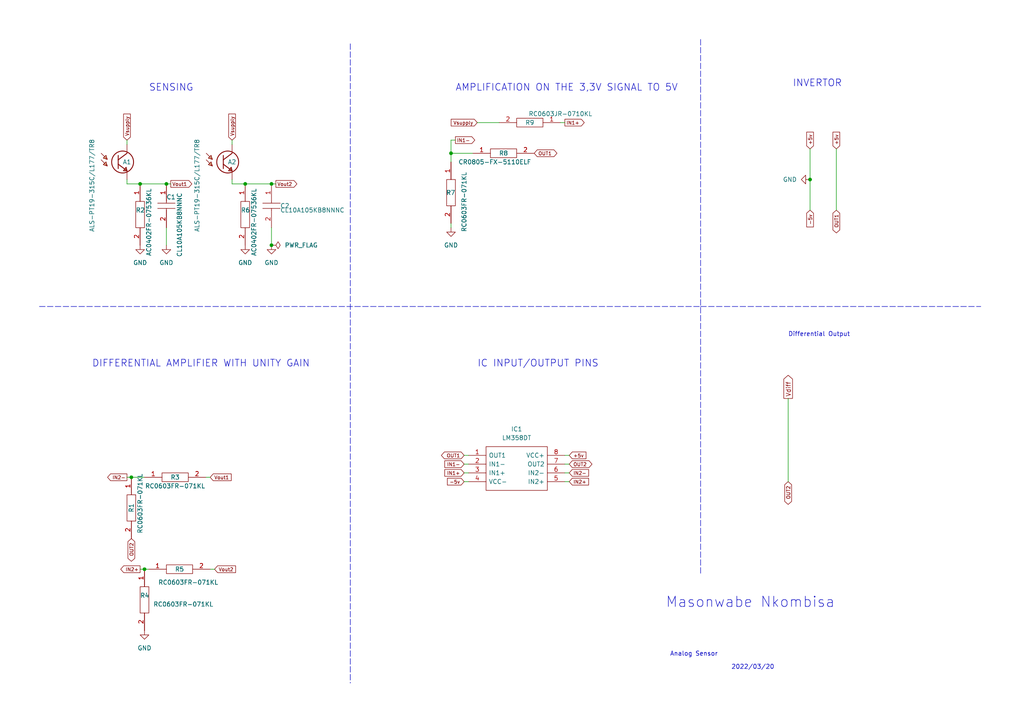
<source format=kicad_sch>
(kicad_sch (version 20211123) (generator eeschema)
  (paper "A4")
  (lib_symbols
    (symbol "ALS-PT19-315C_L177_TR8:ALS-PT19-315C{slash}L177{slash}TR8" (pin_numbers hide) (pin_names (offset 1.016) hide)
      (property "Reference" "A" (at -10.16 5.08 0))
      (property "Value" "ALS-PT19-315C{slash}L177{slash}TR8" (at -10.16 -7.62 0))
      (symbol "ALS-PT19-315C{slash}L177{slash}TR8_0_0"
        (polyline (pts (xy -4.953 0.635) (xy -3.175 -1.143)) (stroke (width 0.1524)))
        (polyline (pts (xy -4.953 2.54) (xy -3.175 0.762)) (stroke (width 0.1524)))
        (polyline (pts (xy -4.318 -0.762) (xy -3.556 0)) (stroke (width 0.1524)))
        (polyline (pts (xy -4.318 1.143) (xy -3.556 1.905)) (stroke (width 0.1524)))
        (polyline (pts (xy -3.556 0) (xy -3.175 -1.143)) (stroke (width 0.1524)))
        (polyline (pts (xy -3.556 1.905) (xy -3.175 0.762)) (stroke (width 0.1524)))
        (polyline (pts (xy -3.175 -1.143) (xy -4.318 -0.762)) (stroke (width 0.1524)))
        (polyline (pts (xy -3.175 0.762) (xy -4.318 1.143)) (stroke (width 0.1524)))
        (polyline (pts (xy 0 -0.635) (xy 0 -1.905)) (stroke (width 0.254)))
        (polyline (pts (xy 0 -0.635) (xy 2.54 -2.54)) (stroke (width 0.254)))
        (polyline (pts (xy 0 0.635) (xy 0 -0.635)) (stroke (width 0.254)))
        (polyline (pts (xy 0 0.635) (xy 2.54 2.54)) (stroke (width 0.254)))
        (polyline (pts (xy 0 1.905) (xy 0 0.635)) (stroke (width 0.254)))
        (polyline (pts (xy 2.286 -2.286) (xy 2.54 -2.54)) (stroke (width 0.1524)))
        (polyline (pts (xy -4.318 -0.762) (xy -3.175 -1.143) (xy -3.556 0) (xy -4.318 -0.762)) (stroke (width 0.1524)) (fill (type background)))
        (polyline (pts (xy -4.318 1.143) (xy -3.175 0.762) (xy -3.556 1.905) (xy -4.318 1.143)) (stroke (width 0.1524)) (fill (type background)))
        (polyline (pts (xy 2.54 -2.54) (xy 2.286 -1.524) (xy 1.524 -2.54) (xy 2.54 -2.54)) (stroke (width 0.254)) (fill (type background)))
        (circle (center 1.27 0) (radius 3.175) (stroke (width 0.254)))
        (pin passive line (at 2.54 5.08 270) (length 2.54) (name "~") (number "1"))
        (pin passive line (at 2.54 -5.08 90) (length 2.54) (name "~") (number "2"))
      )
    )
    (symbol "SamacSys_Parts:AC0402FR-07536KL" (pin_names (offset 0.762))
      (property "Reference" "R" (at 13.97 6.35 0))
      (property "Value" "AC0402FR-07536KL" (at 13.97 3.81 0))
      (symbol "AC0402FR-07536KL_0_0"
        (pin passive line (at 0 0 0) (length 5.08) (name "~") (number "1"))
        (pin passive line (at 17.78 0 180) (length 5.08) (name "~") (number "2"))
      )
      (symbol "AC0402FR-07536KL_0_1"
        (polyline (pts (xy 5.08 1.27) (xy 12.7 1.27) (xy 12.7 -1.27) (xy 5.08 -1.27) (xy 5.08 1.27)) (stroke (width 0.1524)))
      )
    )
    (symbol "SamacSys_Parts:CL10A105KB8NNNC" (pin_names (offset 0.762))
      (property "Reference" "C" (at 8.89 6.35 0))
      (property "Value" "CL10A105KB8NNNC" (at 8.89 3.81 0))
      (symbol "CL10A105KB8NNNC_0_0"
        (pin passive line (at 0 0 0) (length 5.08) (name "~") (number "1"))
        (pin passive line (at 12.7 0 180) (length 5.08) (name "~") (number "2"))
      )
      (symbol "CL10A105KB8NNNC_0_1"
        (polyline (pts (xy 5.08 0) (xy 5.588 0)) (stroke (width 0.1524)))
        (polyline (pts (xy 5.588 2.54) (xy 5.588 -2.54)) (stroke (width 0.1524)))
        (polyline (pts (xy 7.112 0) (xy 7.62 0)) (stroke (width 0.1524)))
        (polyline (pts (xy 7.112 2.54) (xy 7.112 -2.54)) (stroke (width 0.1524)))
      )
    )
    (symbol "SamacSys_Parts:CR0805-FX-5110ELF" (pin_names (offset 0.762))
      (property "Reference" "R" (at 13.97 6.35 0))
      (property "Value" "CR0805-FX-5110ELF" (at 13.97 3.81 0))
      (symbol "CR0805-FX-5110ELF_0_0"
        (pin passive line (at 0 0 0) (length 5.08) (name "~") (number "1"))
        (pin passive line (at 17.78 0 180) (length 5.08) (name "~") (number "2"))
      )
      (symbol "CR0805-FX-5110ELF_0_1"
        (polyline (pts (xy 5.08 1.27) (xy 12.7 1.27) (xy 12.7 -1.27) (xy 5.08 -1.27) (xy 5.08 1.27)) (stroke (width 0.1524)))
      )
    )
    (symbol "SamacSys_Parts:LM358DT" (pin_names (offset 0.762))
      (property "Reference" "IC" (at 24.13 7.62 0))
      (property "Value" "LM358DT" (at 24.13 5.08 0))
      (symbol "LM358DT_0_0"
        (pin passive line (at 0 0 0) (length 5.08) (name "OUT1") (number "1"))
        (pin passive line (at 0 -2.54 0) (length 5.08) (name "IN1-") (number "2"))
        (pin passive line (at 0 -5.08 0) (length 5.08) (name "IN1+") (number "3"))
        (pin passive line (at 0 -7.62 0) (length 5.08) (name "VCC-") (number "4"))
        (pin passive line (at 27.94 -7.62 180) (length 5.08) (name "IN2+") (number "5"))
        (pin passive line (at 27.94 -5.08 180) (length 5.08) (name "IN2-") (number "6"))
        (pin passive line (at 27.94 -2.54 180) (length 5.08) (name "OUT2") (number "7"))
        (pin passive line (at 27.94 0 180) (length 5.08) (name "VCC+") (number "8"))
      )
      (symbol "LM358DT_0_1"
        (polyline (pts (xy 5.08 2.54) (xy 22.86 2.54) (xy 22.86 -10.16) (xy 5.08 -10.16) (xy 5.08 2.54)) (stroke (width 0.1524)))
      )
    )
    (symbol "SamacSys_Parts:RC0603FR-071KL" (pin_names (offset 0.762))
      (property "Reference" "R" (at 13.97 6.35 0))
      (property "Value" "RC0603FR-071KL" (at 13.97 3.81 0))
      (symbol "RC0603FR-071KL_0_0"
        (pin passive line (at 0 0 0) (length 5.08) (name "~") (number "1"))
        (pin passive line (at 17.78 0 180) (length 5.08) (name "~") (number "2"))
      )
      (symbol "RC0603FR-071KL_0_1"
        (polyline (pts (xy 5.08 1.27) (xy 12.7 1.27) (xy 12.7 -1.27) (xy 5.08 -1.27) (xy 5.08 1.27)) (stroke (width 0.1524)))
      )
    )
    (symbol "SamacSys_Parts:RC0603JR-0710KL" (pin_names (offset 0.762))
      (property "Reference" "R" (at 13.97 6.35 0))
      (property "Value" "RC0603JR-0710KL" (at 13.97 3.81 0))
      (symbol "RC0603JR-0710KL_0_0"
        (pin passive line (at 0 0 0) (length 5.08) (name "~") (number "1"))
        (pin passive line (at 17.78 0 180) (length 5.08) (name "~") (number "2"))
      )
      (symbol "RC0603JR-0710KL_0_1"
        (polyline (pts (xy 5.08 1.27) (xy 12.7 1.27) (xy 12.7 -1.27) (xy 5.08 -1.27) (xy 5.08 1.27)) (stroke (width 0.1524)))
      )
    )
    (symbol "power:GND" (power) (pin_names (offset 0))
      (property "Value" "GND" (at 0 -3.81 0))
      (symbol "GND_0_1"
        (polyline (pts (xy 0 0) (xy 0 -1.27) (xy 1.27 -1.27) (xy 0 -2.54) (xy -1.27 -1.27) (xy 0 -1.27)))
      )
      (symbol "GND_1_1"
        (pin power_in line (at 0 0 270) (length 0) hide (name "GND") (number "1"))
      )
    )
    (symbol "power:PWR_FLAG" (power) (pin_numbers hide) (pin_names (offset 0) hide)
      (property "Value" "PWR_FLAG" (at 0 3.81 0))
      (symbol "PWR_FLAG_0_0"
        (pin power_out line (at 0 0 90) (length 0) (name "pwr") (number "1"))
      )
      (symbol "PWR_FLAG_0_1"
        (polyline (pts (xy 0 0) (xy 0 1.27) (xy -1.016 1.905) (xy 0 2.54) (xy 1.016 1.905) (xy 0 1.27)))
      )
    )
  )
  (junction (at 40.64 53.34))
  (junction (at 38.1 138.43))
  (junction (at 78.74 71.12))
  (junction (at 41.91 165.1))
  (junction (at 130.81 44.45))
  (junction (at 48.26 53.34))
  (junction (at 71.12 53.34))
  (junction (at 234.95 52.07))
  (junction (at 78.74 53.34))
  (wire (pts (xy 67.31 40.64) (xy 67.31 41.91)))
  (wire (pts (xy 234.95 52.07) (xy 234.95 60.96)))
  (wire (pts (xy 163.83 137.16) (xy 165.1 137.16)))
  (wire (pts (xy 60.96 165.1) (xy 62.23 165.1)))
  (polyline (pts (xy 203.2 88.9) (xy 284.48 88.9)))
  (wire (pts (xy 234.95 43.18) (xy 234.95 52.07)))
  (wire (pts (xy 36.83 40.64) (xy 36.83 41.91)))
  (wire (pts (xy 163.83 35.56) (xy 162.56 35.56)))
  (wire (pts (xy 130.81 44.45) (xy 130.81 46.99)))
  (polyline (pts (xy 203.2 11.43) (xy 203.2 166.37)))
  (wire (pts (xy 48.26 66.04) (xy 48.26 71.12)))
  (wire (pts (xy 130.81 40.64) (xy 132.08 40.64)))
  (wire (pts (xy 78.74 66.04) (xy 78.74 71.12)))
  (wire (pts (xy 78.74 53.34) (xy 71.12 53.34)))
  (wire (pts (xy 134.62 132.08) (xy 135.89 132.08)))
  (wire (pts (xy 138.43 35.56) (xy 144.78 35.56)))
  (wire (pts (xy 67.31 52.07) (xy 67.31 53.34)))
  (wire (pts (xy 59.69 138.43) (xy 60.96 138.43)))
  (wire (pts (xy 38.1 138.43) (xy 41.91 138.43)))
  (wire (pts (xy 38.1 138.43) (xy 36.83 138.43)))
  (wire (pts (xy 130.81 40.64) (xy 130.81 44.45)))
  (wire (pts (xy 165.1 134.62) (xy 163.83 134.62)))
  (wire (pts (xy 228.6 115.57) (xy 228.6 139.7)))
  (wire (pts (xy 135.89 137.16) (xy 134.62 137.16)))
  (wire (pts (xy 134.62 139.7) (xy 135.89 139.7)))
  (wire (pts (xy 40.64 165.1) (xy 41.91 165.1)))
  (wire (pts (xy 242.57 43.18) (xy 242.57 60.96)))
  (polyline (pts (xy 11.43 88.9) (xy 203.2 88.9)))
  (wire (pts (xy 36.83 52.07) (xy 36.83 53.34)))
  (wire (pts (xy 130.81 44.45) (xy 137.16 44.45)))
  (wire (pts (xy 40.64 53.34) (xy 36.83 53.34)))
  (polyline (pts (xy 101.6 12.7) (xy 101.6 198.12)))
  (wire (pts (xy 49.53 53.34) (xy 48.26 53.34)))
  (wire (pts (xy 163.83 139.7) (xy 165.1 139.7)))
  (wire (pts (xy 71.12 53.34) (xy 67.31 53.34)))
  (wire (pts (xy 130.81 64.77) (xy 130.81 66.04)))
  (wire (pts (xy 48.26 53.34) (xy 40.64 53.34)))
  (wire (pts (xy 163.83 132.08) (xy 165.1 132.08)))
  (wire (pts (xy 41.91 165.1) (xy 43.18 165.1)))
  (wire (pts (xy 135.89 134.62) (xy 134.62 134.62)))
  (wire (pts (xy 80.01 53.34) (xy 78.74 53.34)))
  (text "Analog Sensor" (at 194.31 190.5 0) (effects (font (size 1.27 1.27)) (justify left bottom)))
  (text "IC INPUT/OUTPUT PINS" (at 138.43 106.68 0) (effects (font (size 2 2)) (justify left bottom)))
  (text "Masonwabe Nkombisa" (at 193.04 176.53 0) (effects (font (size 3 3)) (justify left bottom)))
  (text "2022/03/20" (at 212.09 194.31 0) (effects (font (size 1.27 1.27)) (justify left bottom)))
  (text "AMPLIFICATION ON THE 3,3V SIGNAL TO 5V\n" (at 132.08 26.67 0) (effects (font (size 2 2)) (justify left bottom)))
  (text "SENSING" (at 43.18 26.67 0) (effects (font (size 2 2)) (justify left bottom)))
  (text "INVERTOR" (at 229.87 25.4 0) (effects (font (size 2 2)) (justify left bottom)))
  (text "Differential Output" (at 228.6 97.79 0) (effects (font (size 1.27 1.27)) (justify left bottom)))
  (text "DIFFERENTIAL AMPLIFIER WITH UNITY GAIN" (at 26.67 106.68 0) (effects (font (size 2 2)) (justify left bottom)))
  (global_label "OUT2" (shape bidirectional) (at 228.6 139.7 270) (effects (font (size 1 1))) (property "Intersheet References" "${INTERSHEET_REFS}" (effects hide)))
  (global_label "+5v" (shape input) (at 234.95 43.18 90) (effects (font (size 1 1))) (property "Intersheet References" "${INTERSHEET_REFS}" (effects hide)))
  (global_label "OUT1" (shape bidirectional) (at 242.57 60.96 270) (effects (font (size 1 1))) (property "Intersheet References" "${INTERSHEET_REFS}" (effects hide)))
  (global_label "Vout2" (shape input) (at 62.23 165.1 0) (effects (font (size 1 1))) (property "Intersheet References" "${INTERSHEET_REFS}" (effects hide)))
  (global_label "Vsupply" (shape input) (at 36.83 40.64 90) (effects (font (size 1 1))) (property "Intersheet References" "${INTERSHEET_REFS}" (effects hide)))
  (global_label "IN1+" (shape input) (at 134.62 137.16 180) (effects (font (size 1 1))) (property "Intersheet References" "${INTERSHEET_REFS}" (effects hide)))
  (global_label "OUT1" (shape bidirectional) (at 154.94 44.45 0) (effects (font (size 1 1))) (property "Intersheet References" "${INTERSHEET_REFS}" (effects hide)))
  (global_label "Vdiff" (shape output) (at 228.6 115.57 90) (property "Intersheet References" "${INTERSHEET_REFS}" (effects hide)))
  (global_label "Vout1" (shape input) (at 60.96 138.43 0) (effects (font (size 1 1))) (property "Intersheet References" "${INTERSHEET_REFS}" (effects hide)))
  (global_label "IN1-" (shape input) (at 134.62 134.62 180) (effects (font (size 1 1))) (property "Intersheet References" "${INTERSHEET_REFS}" (effects hide)))
  (global_label "OUT2" (shape bidirectional) (at 38.1 156.21 270) (effects (font (size 1 1))) (property "Intersheet References" "${INTERSHEET_REFS}" (effects hide)))
  (global_label "IN2+" (shape output) (at 40.64 165.1 180) (effects (font (size 1 1))) (property "Intersheet References" "${INTERSHEET_REFS}" (effects hide)))
  (global_label "Vout2" (shape output) (at 80.01 53.34 0) (effects (font (size 1 1))) (property "Intersheet References" "${INTERSHEET_REFS}" (effects hide)))
  (global_label "IN2-" (shape output) (at 36.83 138.43 180) (effects (font (size 1 1))) (property "Intersheet References" "${INTERSHEET_REFS}" (effects hide)))
  (global_label "IN2-" (shape input) (at 165.1 137.16 0) (effects (font (size 1 1))) (property "Intersheet References" "${INTERSHEET_REFS}" (effects hide)))
  (global_label "Vsupply" (shape input) (at 67.31 40.64 90) (effects (font (size 1 1))) (property "Intersheet References" "${INTERSHEET_REFS}" (effects hide)))
  (global_label "-5v" (shape input) (at 234.95 60.96 270) (effects (font (size 1 1))) (property "Intersheet References" "${INTERSHEET_REFS}" (effects hide)))
  (global_label "+5v" (shape input) (at 242.57 43.18 90) (effects (font (size 1 1))) (property "Intersheet References" "${INTERSHEET_REFS}" (effects hide)))
  (global_label "IN1+" (shape output) (at 163.83 35.56 0) (effects (font (size 1 1))) (property "Intersheet References" "${INTERSHEET_REFS}" (effects hide)))
  (global_label "Vout1" (shape output) (at 49.53 53.34 0) (effects (font (size 1 1))) (property "Intersheet References" "${INTERSHEET_REFS}" (effects hide)))
  (global_label "Vsupply" (shape input) (at 138.43 35.56 180) (effects (font (size 1 1))) (property "Intersheet References" "${INTERSHEET_REFS}" (effects hide)))
  (global_label "IN1-" (shape output) (at 132.08 40.64 0) (effects (font (size 1 1))) (property "Intersheet References" "${INTERSHEET_REFS}" (effects hide)))
  (global_label "-5v" (shape input) (at 134.62 139.7 180) (effects (font (size 1 1))) (property "Intersheet References" "${INTERSHEET_REFS}" (effects hide)))
  (global_label "OUT1" (shape bidirectional) (at 134.62 132.08 180) (effects (font (size 1 1))) (property "Intersheet References" "${INTERSHEET_REFS}" (effects hide)))
  (global_label "+5v" (shape input) (at 165.1 132.08 0) (effects (font (size 1 1))) (property "Intersheet References" "${INTERSHEET_REFS}" (effects hide)))
  (global_label "OUT2" (shape bidirectional) (at 165.1 134.62 0) (effects (font (size 1 1))) (property "Intersheet References" "${INTERSHEET_REFS}" (effects hide)))
  (global_label "IN2+" (shape input) (at 165.1 139.7 0) (effects (font (size 1 1))) (property "Intersheet References" "${INTERSHEET_REFS}" (effects hide)))
  (symbol (lib_id "SamacSys_Parts:AC0402FR-07536KL") (at 71.12 53.34 270) (unit 1)
    (property "Reference" "R6" (at 69.85 60.96 90) (effects (justify left)))
    (property "Value" "AC0402FR-07536KL" (at 73.66 54.61 0) (effects (justify left)))
    (property "Footprint" "RESC1005X37N" (effects hide))
    (property "Datasheet" "https://www.yageo.com/upload/media/product/productsearch/datasheet/rchip/PYu-AC_51_RoHS_L_8.pdf" (effects hide))
    (property "Description" "Thick Film Resistors - SMD 1/16W 536K ohm 1% AEC-Q200" (effects hide))
    (property "Height" "0.37" (effects hide))
    (property "Manufacturer_Name" "YAGEO (PHYCOMP)" (effects hide))
    (property "Manufacturer_Part_Number" "AC0402FR-07536KL" (effects hide))
    (property "Mouser Part Number" "603-AC0402FR-07536KL" (effects hide))
    (property "Mouser Price/Stock" "https://www.mouser.co.uk/ProductDetail/Yageo/AC0402FR-07536KL?qs=ygRr%2Ftkhtes1ZRS%252BGC1nhA%3D%3D" (effects hide))
  )
  (symbol (lib_id "SamacSys_Parts:RC0603FR-071KL") (at 41.91 138.43 0) (unit 1)
    (property "Reference" "R3" (at 50.8 138.43 0))
    (property "Value" "RC0603FR-071KL" (at 50.8 140.97 0))
    (property "Footprint" "SamacSys_Parts:RESC1608X55N" (effects hide))
    (property "Datasheet" "https://datasheet.datasheetarchive.com/originals/distributors/Datasheets_SAMA/902f9e387b938f871d31120f5fc1d65e.pdf" (effects hide))
    (property "Description" "GENERAL PURPOSE CHIP RESISTORS" (effects hide))
    (property "Height" "0.55" (effects hide))
    (property "Manufacturer_Name" "YAGEO (PHYCOMP)" (effects hide))
    (property "Manufacturer_Part_Number" "RC0603FR-071KL" (effects hide))
    (property "Mouser Part Number" "603-RC0603FR-071KL" (effects hide))
    (property "Mouser Price/Stock" "https://www.mouser.co.uk/ProductDetail/YAGEO/RC0603FR-071KL?qs=VU8sRB4EgwApHsk4rF%2F3zg%3D%3D" (effects hide))
    (property "Arrow Part Number" "RC0603FR-071KL" (effects hide))
    (property "Arrow Price/Stock" "https://www.arrow.com/en/products/rc0603fr-071kl/yageo?region=europe" (effects hide))
  )
  (symbol (lib_id "SamacSys_Parts:CR0805-FX-5110ELF") (at 137.16 44.45 0) (mirror x) (unit 1)
    (property "Reference" "R8" (at 146.05 44.45 0))
    (property "Value" "CR0805-FX-5110ELF" (at 143.51 46.99 0))
    (property "Footprint" "SamacSys_Parts:RESC2012X60N" (effects hide))
    (property "Datasheet" "https://www.bourns.com/pdfs/chpreztr.pdf" (effects hide))
    (property "Description" "Thick Film Resistors - SMD 511ohm 1%" (effects hide))
    (property "Height" "0.6" (effects hide))
    (property "Manufacturer_Name" "Bourns" (effects hide))
    (property "Manufacturer_Part_Number" "CR0805-FX-5110ELF" (effects hide))
    (property "Mouser Part Number" "652-CR0805FX-5110ELF" (effects hide))
    (property "Mouser Price/Stock" "https://www.mouser.com/Search/Refine.aspx?Keyword=652-CR0805FX-5110ELF" (effects hide))
  )
  (symbol (lib_id "SamacSys_Parts:LM358DT") (at 135.89 132.08 0) (unit 1)
    (property "Reference" "IC1" (at 149.86 124.46 0))
    (property "Value" "LM358DT" (at 149.86 127 0))
    (property "Footprint" "SOIC127P600X175-8N" (effects hide))
    (property "Datasheet" "http://www.st.com/st-web-ui/static/active/en/resource/technical/document/datasheet/CD00000464.pdf" (effects hide))
    (property "Description" "LM358DT, Dual Operational Amplifier 1.1MHz 5 to 28V, 8-Pin SO" (effects hide))
    (property "Height" "1.75" (effects hide))
    (property "Manufacturer_Name" "STMicroelectronics" (effects hide))
    (property "Manufacturer_Part_Number" "LM358DT" (effects hide))
    (property "Mouser Part Number" "511-LM358DT" (effects hide))
    (property "Mouser Price/Stock" "https://www.mouser.co.uk/ProductDetail/STMicroelectronics/LM358DT?qs=omvQGv%252BAfzDWfqgV6a5v9A%3D%3D" (effects hide))
    (property "Arrow Part Number" "LM358DT" (effects hide))
    (property "Arrow Price/Stock" "https://www.arrow.com/en/products/lm358dt/stmicroelectronics?region=nac" (effects hide))
  )
  (symbol (lib_id "SamacSys_Parts:AC0402FR-07536KL") (at 40.64 53.34 270) (unit 1)
    (property "Reference" "R2" (at 39.37 60.96 90) (effects (justify left)))
    (property "Value" "AC0402FR-07536KL" (at 43.18 54.61 0) (effects (justify left)))
    (property "Footprint" "RESC1005X37N" (effects hide))
    (property "Datasheet" "https://www.yageo.com/upload/media/product/productsearch/datasheet/rchip/PYu-AC_51_RoHS_L_8.pdf" (effects hide))
    (property "Description" "Thick Film Resistors - SMD 1/16W 536K ohm 1% AEC-Q200" (effects hide))
    (property "Height" "0.37" (effects hide))
    (property "Manufacturer_Name" "YAGEO (PHYCOMP)" (effects hide))
    (property "Manufacturer_Part_Number" "AC0402FR-07536KL" (effects hide))
    (property "Mouser Part Number" "603-AC0402FR-07536KL" (effects hide))
    (property "Mouser Price/Stock" "https://www.mouser.co.uk/ProductDetail/Yageo/AC0402FR-07536KL?qs=ygRr%2Ftkhtes1ZRS%252BGC1nhA%3D%3D" (effects hide))
  )
  (symbol (lib_id "power:GND") (at 130.81 66.04 0) (unit 1)
    (property "Reference" "#PWR06" (effects hide))
    (property "Value" "GND" (at 130.81 71.12 0))
  )
  (symbol (lib_id "SamacSys_Parts:CL10A105KB8NNNC") (at 48.26 53.34 270) (unit 1)
    (property "Reference" "C1" (at 48.26 57.15 90) (effects (justify left)))
    (property "Value" "CL10A105KB8NNNC" (at 52.07 55.88 0) (effects (justify left)))
    (property "Footprint" "SamacSys_Parts:CAPC1608X90N" (effects hide))
    (property "Datasheet" "https://datasheet.datasheetarchive.com/originals/distributors/Datasheets-DGA10/2411562.pdf" (effects hide))
    (property "Description" "CAP, 1uF, 50V, +/-10%, X5R, 0603" (effects hide))
    (property "Height" "0.9" (effects hide))
    (property "Manufacturer_Name" "Samsung Electro-Mechanics" (effects hide))
    (property "Manufacturer_Part_Number" "CL10A105KB8NNNC" (effects hide))
    (property "Mouser Part Number" "187-CL10A105KB8NNNC" (effects hide))
    (property "Mouser Price/Stock" "https://www.mouser.co.uk/ProductDetail/Samsung-Electro-Mechanics/CL10A105KB8NNNC?qs=ktYoCbbtCSJz4pFCLWXd5g%3D%3D" (effects hide))
    (property "Arrow Part Number" "CL10A105KB8NNNC" (effects hide))
    (property "Arrow Price/Stock" "https://www.arrow.com/en/products/cl10a105kb8nnnc/samsung-electro-mechanics?region=europe" (effects hide))
  )
  (symbol (lib_id "power:GND") (at 41.91 182.88 0) (unit 1)
    (property "Reference" "#PWR02" (effects hide))
    (property "Value" "GND" (at 41.91 187.96 0))
  )
  (symbol (lib_id "power:GND") (at 234.95 52.07 270) (unit 1)
    (property "Reference" "#PWR07" (effects hide))
    (property "Value" "GND" (at 231.14 52.0699 90) (effects (justify right)))
  )
  (symbol (lib_id "ALS-PT19-315C_L177_TR8:ALS-PT19-315C{slash}L177{slash}TR8") (at 64.77 46.99 0) (unit 1)
    (property "Reference" "A2" (at 66.04 46.99 0) (effects (justify left)))
    (property "Value" "ALS-PT19-315C/L177/TR8" (at 57.15 67.31 90) (effects (justify left)))
    (property "Footprint" "footprints:XDCR_ALS-PT19-315C_L177_TR8" (effects hide))
    (property "MANUFACTURER" "Everlight" (effects hide))
    (property "PARTREV" "5" (effects hide))
    (property "MAXIMUM_PACKAGE_HEIGHT" "0.7 mm" (effects hide))
    (property "STANDARD" "Manufacturer Recommendations" (effects hide))
  )
  (symbol (lib_id "SamacSys_Parts:RC0603JR-0710KL") (at 162.56 35.56 180) (unit 1)
    (property "Reference" "R9" (at 153.67 35.56 0))
    (property "Value" "RC0603JR-0710KL" (at 162.56 33.02 0))
    (property "Footprint" "SamacSys_Parts:RESC1608X55N" (effects hide))
    (property "Datasheet" "https://datasheet.datasheetarchive.com/originals/distributors/Datasheets_SAMA/902f9e387b938f871d31120f5fc1d65e.pdf" (effects hide))
    (property "Description" "YAGEO (PHYCOMP) - RC0603JR-0710KL - RES, THICK FILM, 10K, 5%, 0.1W, 0603" (effects hide))
    (property "Height" "0.55" (effects hide))
    (property "Manufacturer_Name" "YAGEO (PHYCOMP)" (effects hide))
    (property "Manufacturer_Part_Number" "RC0603JR-0710KL" (effects hide))
    (property "Mouser Part Number" "603-RC0603JR-0710KL" (effects hide))
    (property "Mouser Price/Stock" "https://www.mouser.co.uk/ProductDetail/YAGEO/RC0603JR-0710KL?qs=ksOUTF%2FWcd8D6T22BJkQ7g%3D%3D" (effects hide))
    (property "Arrow Part Number" "RC0603JR-0710KL" (effects hide))
    (property "Arrow Price/Stock" "https://www.arrow.com/en/products/rc0603jr-0710kl/yageo?region=europe" (effects hide))
  )
  (symbol (lib_id "SamacSys_Parts:CL10A105KB8NNNC") (at 78.74 53.34 270) (unit 1)
    (property "Reference" "C2" (at 81.28 59.69 90) (effects (justify left)))
    (property "Value" "CL10A105KB8NNNC" (at 81.28 60.96 90) (effects (justify left)))
    (property "Footprint" "SamacSys_Parts:CAPC1608X90N" (effects hide))
    (property "Datasheet" "https://datasheet.datasheetarchive.com/originals/distributors/Datasheets-DGA10/2411562.pdf" (effects hide))
    (property "Description" "CAP, 1uF, 50V, +/-10%, X5R, 0603" (effects hide))
    (property "Height" "0.9" (effects hide))
    (property "Manufacturer_Name" "Samsung Electro-Mechanics" (effects hide))
    (property "Manufacturer_Part_Number" "CL10A105KB8NNNC" (effects hide))
    (property "Mouser Part Number" "187-CL10A105KB8NNNC" (effects hide))
    (property "Mouser Price/Stock" "https://www.mouser.co.uk/ProductDetail/Samsung-Electro-Mechanics/CL10A105KB8NNNC?qs=ktYoCbbtCSJz4pFCLWXd5g%3D%3D" (effects hide))
    (property "Arrow Part Number" "CL10A105KB8NNNC" (effects hide))
    (property "Arrow Price/Stock" "https://www.arrow.com/en/products/cl10a105kb8nnnc/samsung-electro-mechanics?region=europe" (effects hide))
  )
  (symbol (lib_id "power:GND") (at 40.64 71.12 0) (unit 1)
    (property "Reference" "#PWR01" (effects hide))
    (property "Value" "GND" (at 40.64 76.2 0))
  )
  (symbol (lib_id "SamacSys_Parts:RC0603FR-071KL") (at 130.81 46.99 270) (unit 1)
    (property "Reference" "R7" (at 132.08 55.88 90) (effects (justify right)))
    (property "Value" "RC0603FR-071KL" (at 134.62 67.31 0) (effects (justify right)))
    (property "Footprint" "SamacSys_Parts:RESC1608X55N" (effects hide))
    (property "Datasheet" "https://datasheet.datasheetarchive.com/originals/distributors/Datasheets_SAMA/902f9e387b938f871d31120f5fc1d65e.pdf" (effects hide))
    (property "Description" "GENERAL PURPOSE CHIP RESISTORS" (effects hide))
    (property "Height" "0.55" (effects hide))
    (property "Manufacturer_Name" "YAGEO (PHYCOMP)" (effects hide))
    (property "Manufacturer_Part_Number" "RC0603FR-071KL" (effects hide))
    (property "Mouser Part Number" "603-RC0603FR-071KL" (effects hide))
    (property "Mouser Price/Stock" "https://www.mouser.co.uk/ProductDetail/YAGEO/RC0603FR-071KL?qs=VU8sRB4EgwApHsk4rF%2F3zg%3D%3D" (effects hide))
    (property "Arrow Part Number" "RC0603FR-071KL" (effects hide))
    (property "Arrow Price/Stock" "https://www.arrow.com/en/products/rc0603fr-071kl/yageo?region=europe" (effects hide))
  )
  (symbol (lib_id "SamacSys_Parts:RC0603FR-071KL") (at 41.91 165.1 270) (unit 1)
    (property "Reference" "R4" (at 40.64 172.72 90) (effects (justify left)))
    (property "Value" "RC0603FR-071KL" (at 44.45 175.2599 90) (effects (justify left)))
    (property "Footprint" "SamacSys_Parts:RESC1608X55N" (effects hide))
    (property "Datasheet" "https://datasheet.datasheetarchive.com/originals/distributors/Datasheets_SAMA/902f9e387b938f871d31120f5fc1d65e.pdf" (effects hide))
    (property "Description" "GENERAL PURPOSE CHIP RESISTORS" (effects hide))
    (property "Height" "0.55" (effects hide))
    (property "Manufacturer_Name" "YAGEO (PHYCOMP)" (effects hide))
    (property "Manufacturer_Part_Number" "RC0603FR-071KL" (effects hide))
    (property "Mouser Part Number" "603-RC0603FR-071KL" (effects hide))
    (property "Mouser Price/Stock" "https://www.mouser.co.uk/ProductDetail/YAGEO/RC0603FR-071KL?qs=VU8sRB4EgwApHsk4rF%2F3zg%3D%3D" (effects hide))
    (property "Arrow Part Number" "RC0603FR-071KL" (effects hide))
    (property "Arrow Price/Stock" "https://www.arrow.com/en/products/rc0603fr-071kl/yageo?region=europe" (effects hide))
  )
  (symbol (lib_id "power:GND") (at 71.12 71.12 0) (unit 1)
    (property "Reference" "#PWR04" (effects hide))
    (property "Value" "GND" (at 71.12 76.2 0))
  )
  (symbol (lib_id "power:GND") (at 78.74 71.12 0) (unit 1)
    (property "Reference" "#PWR05" (effects hide))
    (property "Value" "GND" (at 78.74 76.2 0))
  )
  (symbol (lib_id "SamacSys_Parts:RC0603FR-071KL") (at 38.1 138.43 270) (unit 1)
    (property "Reference" "R1" (at 38.1 147.32 0))
    (property "Value" "RC0603FR-071KL" (at 40.64 146.05 0))
    (property "Footprint" "SamacSys_Parts:RESC1608X55N" (effects hide))
    (property "Datasheet" "https://datasheet.datasheetarchive.com/originals/distributors/Datasheets_SAMA/902f9e387b938f871d31120f5fc1d65e.pdf" (effects hide))
    (property "Description" "GENERAL PURPOSE CHIP RESISTORS" (effects hide))
    (property "Height" "0.55" (effects hide))
    (property "Manufacturer_Name" "YAGEO (PHYCOMP)" (effects hide))
    (property "Manufacturer_Part_Number" "RC0603FR-071KL" (effects hide))
    (property "Mouser Part Number" "603-RC0603FR-071KL" (effects hide))
    (property "Mouser Price/Stock" "https://www.mouser.co.uk/ProductDetail/YAGEO/RC0603FR-071KL?qs=VU8sRB4EgwApHsk4rF%2F3zg%3D%3D" (effects hide))
    (property "Arrow Part Number" "RC0603FR-071KL" (effects hide))
    (property "Arrow Price/Stock" "https://www.arrow.com/en/products/rc0603fr-071kl/yageo?region=europe" (effects hide))
  )
  (symbol (lib_id "power:PWR_FLAG") (at 78.74 71.12 270) (unit 1)
    (property "Reference" "#FLG0101" (effects hide))
    (property "Value" "PWR_FLAG" (at 82.55 71.1199 90) (effects (justify left)))
  )
  (symbol (lib_id "SamacSys_Parts:RC0603FR-071KL") (at 43.18 165.1 0) (unit 1)
    (property "Reference" "R5" (at 52.07 165.1 0))
    (property "Value" "RC0603FR-071KL" (at 54.61 168.91 0))
    (property "Footprint" "SamacSys_Parts:RESC1608X55N" (effects hide))
    (property "Datasheet" "https://datasheet.datasheetarchive.com/originals/distributors/Datasheets_SAMA/902f9e387b938f871d31120f5fc1d65e.pdf" (effects hide))
    (property "Description" "GENERAL PURPOSE CHIP RESISTORS" (effects hide))
    (property "Height" "0.55" (effects hide))
    (property "Manufacturer_Name" "YAGEO (PHYCOMP)" (effects hide))
    (property "Manufacturer_Part_Number" "RC0603FR-071KL" (effects hide))
    (property "Mouser Part Number" "603-RC0603FR-071KL" (effects hide))
    (property "Mouser Price/Stock" "https://www.mouser.co.uk/ProductDetail/YAGEO/RC0603FR-071KL?qs=VU8sRB4EgwApHsk4rF%2F3zg%3D%3D" (effects hide))
    (property "Arrow Part Number" "RC0603FR-071KL" (effects hide))
    (property "Arrow Price/Stock" "https://www.arrow.com/en/products/rc0603fr-071kl/yageo?region=europe" (effects hide))
  )
  (symbol (lib_id "ALS-PT19-315C_L177_TR8:ALS-PT19-315C{slash}L177{slash}TR8") (at 34.29 46.99 0) (unit 1)
    (property "Reference" "A1" (at 35.56 46.99 0) (effects (justify left)))
    (property "Value" "ALS-PT19-315C/L177/TR8" (at 26.67 67.31 90) (effects (justify left)))
    (property "Footprint" "footprints:XDCR_ALS-PT19-315C_L177_TR8" (effects hide))
    (property "MANUFACTURER" "Everlight" (effects hide))
    (property "PARTREV" "5" (effects hide))
    (property "MAXIMUM_PACKAGE_HEIGHT" "0.7 mm" (effects hide))
    (property "STANDARD" "Manufacturer Recommendations" (effects hide))
  )
  (symbol (lib_id "power:GND") (at 48.26 71.12 0) (unit 1)
    (property "Reference" "#PWR03" (effects hide))
    (property "Value" "GND" (at 48.26 76.2 0))
  )
)
</source>
